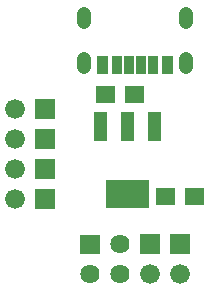
<source format=gts>
G04 Layer: TopSolderMaskLayer*
G04 EasyEDA v6.4.19.5, 2021-06-07T17:49:31+02:00*
G04 02fad353412f469a856546c9d14cec11,563db0ff5b334ec4995e7372edb549dc,10*
G04 Gerber Generator version 0.2*
G04 Scale: 100 percent, Rotated: No, Reflected: No *
G04 Dimensions in millimeters *
G04 leading zeros omitted , absolute positions ,4 integer and 5 decimal *
%FSLAX45Y45*%
%MOMM*%

%ADD28C,1.2016*%
%ADD36C,1.6256*%
%ADD37R,1.6764X1.6764*%
%ADD38C,1.6764*%

%LPD*%
D28*
X1472895Y7720050D02*
G01*
X1472895Y7790050D01*
X2336901Y7720050D02*
G01*
X2336901Y7790050D01*
X1472895Y8100034D02*
G01*
X1472895Y8170034D01*
X2336901Y8100034D02*
G01*
X2336901Y8170034D01*
G36*
X2017522Y7099045D02*
G01*
X2017522Y7343394D01*
X2125472Y7343394D01*
X2125472Y7099045D01*
G37*
G36*
X1787397Y7099045D02*
G01*
X1787397Y7343394D01*
X1895602Y7343394D01*
X1895602Y7099045D01*
G37*
G36*
X1557528Y7099045D02*
G01*
X1557528Y7343394D01*
X1665478Y7343394D01*
X1665478Y7099045D01*
G37*
G36*
X1656334Y6525005D02*
G01*
X1656334Y6769354D01*
X2026665Y6769354D01*
X2026665Y6525005D01*
G37*
G36*
X1584960Y7660131D02*
G01*
X1584960Y7820152D01*
X1675129Y7820152D01*
X1675129Y7660131D01*
G37*
G36*
X1709928Y7660131D02*
G01*
X1709928Y7820152D01*
X1796034Y7820152D01*
X1796034Y7660131D01*
G37*
G36*
X1814829Y7660131D02*
G01*
X1814829Y7820152D01*
X1895094Y7820152D01*
X1895094Y7660131D01*
G37*
G36*
X1914905Y7660131D02*
G01*
X1914905Y7820152D01*
X1995170Y7820152D01*
X1995170Y7660131D01*
G37*
G36*
X2013965Y7660131D02*
G01*
X2013965Y7820152D01*
X2100072Y7820152D01*
X2100072Y7660131D01*
G37*
G36*
X2134870Y7660131D02*
G01*
X2134870Y7820152D01*
X2225040Y7820152D01*
X2225040Y7660131D01*
G37*
G36*
X2325877Y6556247D02*
G01*
X2325877Y6702297D01*
X2486152Y6702297D01*
X2486152Y6556247D01*
G37*
G36*
X2085847Y6556247D02*
G01*
X2085847Y6702297D01*
X2246122Y6702297D01*
X2246122Y6556247D01*
G37*
G36*
X1577847Y7419847D02*
G01*
X1577847Y7565897D01*
X1738121Y7565897D01*
X1738121Y7419847D01*
G37*
G36*
X1817878Y7419847D02*
G01*
X1817878Y7565897D01*
X1978152Y7565897D01*
X1978152Y7419847D01*
G37*
G36*
X1442720Y6141720D02*
G01*
X1442720Y6304279D01*
X1605279Y6304279D01*
X1605279Y6141720D01*
G37*
D36*
G01*
X1778000Y6223000D03*
G01*
X1524000Y5969000D03*
G01*
X1778000Y5969000D03*
D37*
G01*
X1143000Y7366000D03*
D38*
G01*
X889000Y7366000D03*
D37*
G01*
X1143000Y7112000D03*
D38*
G01*
X889000Y7112000D03*
D37*
G01*
X1143000Y6858000D03*
D38*
G01*
X889000Y6858000D03*
D37*
G01*
X1143000Y6604000D03*
D38*
G01*
X889000Y6604000D03*
G36*
X1948179Y6139179D02*
G01*
X1948179Y6306820D01*
X2115820Y6306820D01*
X2115820Y6139179D01*
G37*
G01*
X2032000Y5969000D03*
G36*
X2202179Y6139179D02*
G01*
X2202179Y6306820D01*
X2369820Y6306820D01*
X2369820Y6139179D01*
G37*
G01*
X2286000Y5969000D03*
M02*

</source>
